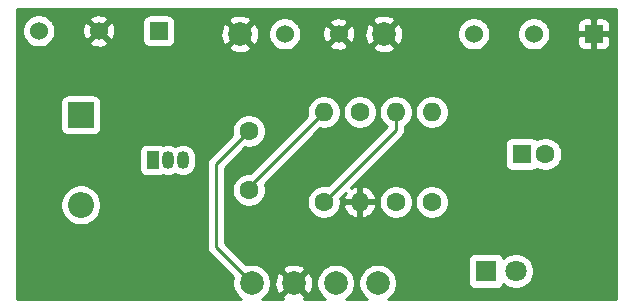
<source format=gbr>
G04 #@! TF.GenerationSoftware,KiCad,Pcbnew,(5.1.5-0-10_14)*
G04 #@! TF.CreationDate,2020-05-24T20:26:25-06:00*
G04 #@! TF.ProjectId,Testing,54657374-696e-4672-9e6b-696361645f70,rev?*
G04 #@! TF.SameCoordinates,Original*
G04 #@! TF.FileFunction,Copper,L2,Bot*
G04 #@! TF.FilePolarity,Positive*
%FSLAX46Y46*%
G04 Gerber Fmt 4.6, Leading zero omitted, Abs format (unit mm)*
G04 Created by KiCad (PCBNEW (5.1.5-0-10_14)) date 2020-05-24 20:26:25*
%MOMM*%
%LPD*%
G04 APERTURE LIST*
%ADD10C,1.524000*%
%ADD11R,1.524000X1.524000*%
%ADD12O,2.200000X2.200000*%
%ADD13R,2.200000X2.200000*%
%ADD14O,1.600000X1.600000*%
%ADD15C,1.600000*%
%ADD16C,2.000000*%
%ADD17C,1.800000*%
%ADD18R,1.800000X1.800000*%
%ADD19R,1.600000X1.600000*%
%ADD20R,1.050000X1.500000*%
%ADD21O,1.050000X1.500000*%
%ADD22C,0.250000*%
%ADD23C,0.254000*%
G04 APERTURE END LIST*
D10*
X191262000Y-96774000D03*
X196342000Y-96774000D03*
D11*
X201422000Y-96774000D03*
D10*
X154432000Y-96520000D03*
X159512000Y-96520000D03*
D11*
X164592000Y-96520000D03*
D12*
X157988000Y-111252000D03*
D13*
X157988000Y-103632000D03*
D10*
X179832000Y-96774000D03*
X175260000Y-96774000D03*
D14*
X187706000Y-103378000D03*
D15*
X187706000Y-110998000D03*
D16*
X183642000Y-96774000D03*
X171450000Y-96774000D03*
X183134000Y-117856000D03*
X176022000Y-117856000D03*
X179578000Y-117856000D03*
X172466000Y-117856000D03*
D17*
X194818000Y-116840000D03*
D18*
X192278000Y-116840000D03*
D15*
X181610000Y-103378000D03*
D14*
X181610000Y-110998000D03*
D15*
X172212000Y-109982000D03*
X172212000Y-104982000D03*
X197326000Y-106934000D03*
D19*
X195326000Y-106934000D03*
D20*
X164084000Y-107442000D03*
D21*
X166624000Y-107442000D03*
X165354000Y-107442000D03*
D15*
X178562000Y-110998000D03*
D14*
X178562000Y-103378000D03*
D15*
X184658000Y-110998000D03*
D14*
X184658000Y-103378000D03*
D22*
X172212000Y-109728000D02*
X172212000Y-109982000D01*
X178562000Y-103378000D02*
X172212000Y-109728000D01*
X184658000Y-104902000D02*
X178562000Y-110998000D01*
X184658000Y-103378000D02*
X184658000Y-104902000D01*
X171466001Y-116856001D02*
X172466000Y-117856000D01*
X169418000Y-114808000D02*
X171466001Y-116856001D01*
X169418000Y-107776000D02*
X169418000Y-114808000D01*
X172212000Y-104982000D02*
X169418000Y-107776000D01*
X192278000Y-116840000D02*
X192532000Y-116586000D01*
D23*
G36*
X203302001Y-119228000D02*
G01*
X184023579Y-119228000D01*
X184176252Y-119125987D01*
X184403987Y-118898252D01*
X184582918Y-118630463D01*
X184706168Y-118332912D01*
X184769000Y-118017033D01*
X184769000Y-117694967D01*
X184706168Y-117379088D01*
X184582918Y-117081537D01*
X184403987Y-116813748D01*
X184176252Y-116586013D01*
X183908463Y-116407082D01*
X183610912Y-116283832D01*
X183295033Y-116221000D01*
X182972967Y-116221000D01*
X182657088Y-116283832D01*
X182359537Y-116407082D01*
X182091748Y-116586013D01*
X181864013Y-116813748D01*
X181685082Y-117081537D01*
X181561832Y-117379088D01*
X181499000Y-117694967D01*
X181499000Y-118017033D01*
X181561832Y-118332912D01*
X181685082Y-118630463D01*
X181864013Y-118898252D01*
X182091748Y-119125987D01*
X182244421Y-119228000D01*
X180467579Y-119228000D01*
X180620252Y-119125987D01*
X180847987Y-118898252D01*
X181026918Y-118630463D01*
X181150168Y-118332912D01*
X181213000Y-118017033D01*
X181213000Y-117694967D01*
X181150168Y-117379088D01*
X181026918Y-117081537D01*
X180847987Y-116813748D01*
X180620252Y-116586013D01*
X180352463Y-116407082D01*
X180054912Y-116283832D01*
X179739033Y-116221000D01*
X179416967Y-116221000D01*
X179101088Y-116283832D01*
X178803537Y-116407082D01*
X178535748Y-116586013D01*
X178308013Y-116813748D01*
X178129082Y-117081537D01*
X178005832Y-117379088D01*
X177943000Y-117694967D01*
X177943000Y-118017033D01*
X178005832Y-118332912D01*
X178129082Y-118630463D01*
X178308013Y-118898252D01*
X178535748Y-119125987D01*
X178688421Y-119228000D01*
X176892118Y-119228000D01*
X176977808Y-118991413D01*
X176022000Y-118035605D01*
X175066192Y-118991413D01*
X175151882Y-119228000D01*
X173355579Y-119228000D01*
X173508252Y-119125987D01*
X173735987Y-118898252D01*
X173914918Y-118630463D01*
X174038168Y-118332912D01*
X174101000Y-118017033D01*
X174101000Y-117918595D01*
X174380282Y-117918595D01*
X174424039Y-118237675D01*
X174529205Y-118542088D01*
X174622186Y-118716044D01*
X174886587Y-118811808D01*
X175842395Y-117856000D01*
X176201605Y-117856000D01*
X177157413Y-118811808D01*
X177421814Y-118716044D01*
X177562704Y-118426429D01*
X177644384Y-118114892D01*
X177663718Y-117793405D01*
X177619961Y-117474325D01*
X177514795Y-117169912D01*
X177421814Y-116995956D01*
X177157413Y-116900192D01*
X176201605Y-117856000D01*
X175842395Y-117856000D01*
X174886587Y-116900192D01*
X174622186Y-116995956D01*
X174481296Y-117285571D01*
X174399616Y-117597108D01*
X174380282Y-117918595D01*
X174101000Y-117918595D01*
X174101000Y-117694967D01*
X174038168Y-117379088D01*
X173914918Y-117081537D01*
X173735987Y-116813748D01*
X173642826Y-116720587D01*
X175066192Y-116720587D01*
X176022000Y-117676395D01*
X176977808Y-116720587D01*
X176882044Y-116456186D01*
X176592429Y-116315296D01*
X176280892Y-116233616D01*
X175959405Y-116214282D01*
X175640325Y-116258039D01*
X175335912Y-116363205D01*
X175161956Y-116456186D01*
X175066192Y-116720587D01*
X173642826Y-116720587D01*
X173508252Y-116586013D01*
X173240463Y-116407082D01*
X172942912Y-116283832D01*
X172627033Y-116221000D01*
X172304967Y-116221000D01*
X171989088Y-116283832D01*
X171974625Y-116289823D01*
X171624802Y-115940000D01*
X190739928Y-115940000D01*
X190739928Y-117740000D01*
X190752188Y-117864482D01*
X190788498Y-117984180D01*
X190847463Y-118094494D01*
X190926815Y-118191185D01*
X191023506Y-118270537D01*
X191133820Y-118329502D01*
X191253518Y-118365812D01*
X191378000Y-118378072D01*
X193178000Y-118378072D01*
X193302482Y-118365812D01*
X193422180Y-118329502D01*
X193532494Y-118270537D01*
X193629185Y-118191185D01*
X193708537Y-118094494D01*
X193767502Y-117984180D01*
X193773056Y-117965873D01*
X193839495Y-118032312D01*
X194090905Y-118200299D01*
X194370257Y-118316011D01*
X194666816Y-118375000D01*
X194969184Y-118375000D01*
X195265743Y-118316011D01*
X195545095Y-118200299D01*
X195796505Y-118032312D01*
X196010312Y-117818505D01*
X196178299Y-117567095D01*
X196294011Y-117287743D01*
X196353000Y-116991184D01*
X196353000Y-116688816D01*
X196294011Y-116392257D01*
X196178299Y-116112905D01*
X196010312Y-115861495D01*
X195796505Y-115647688D01*
X195545095Y-115479701D01*
X195265743Y-115363989D01*
X194969184Y-115305000D01*
X194666816Y-115305000D01*
X194370257Y-115363989D01*
X194090905Y-115479701D01*
X193839495Y-115647688D01*
X193773056Y-115714127D01*
X193767502Y-115695820D01*
X193708537Y-115585506D01*
X193629185Y-115488815D01*
X193532494Y-115409463D01*
X193422180Y-115350498D01*
X193302482Y-115314188D01*
X193178000Y-115301928D01*
X191378000Y-115301928D01*
X191253518Y-115314188D01*
X191133820Y-115350498D01*
X191023506Y-115409463D01*
X190926815Y-115488815D01*
X190847463Y-115585506D01*
X190788498Y-115695820D01*
X190752188Y-115815518D01*
X190739928Y-115940000D01*
X171624802Y-115940000D01*
X170178000Y-114493199D01*
X170178000Y-109840665D01*
X170777000Y-109840665D01*
X170777000Y-110123335D01*
X170832147Y-110400574D01*
X170940320Y-110661727D01*
X171097363Y-110896759D01*
X171297241Y-111096637D01*
X171532273Y-111253680D01*
X171793426Y-111361853D01*
X172070665Y-111417000D01*
X172353335Y-111417000D01*
X172630574Y-111361853D01*
X172891727Y-111253680D01*
X173126759Y-111096637D01*
X173326637Y-110896759D01*
X173353426Y-110856665D01*
X177127000Y-110856665D01*
X177127000Y-111139335D01*
X177182147Y-111416574D01*
X177290320Y-111677727D01*
X177447363Y-111912759D01*
X177647241Y-112112637D01*
X177882273Y-112269680D01*
X178143426Y-112377853D01*
X178420665Y-112433000D01*
X178703335Y-112433000D01*
X178980574Y-112377853D01*
X179241727Y-112269680D01*
X179476759Y-112112637D01*
X179676637Y-111912759D01*
X179833680Y-111677727D01*
X179941853Y-111416574D01*
X179955684Y-111347040D01*
X180218091Y-111347040D01*
X180312930Y-111611881D01*
X180457615Y-111853131D01*
X180646586Y-112061519D01*
X180872580Y-112229037D01*
X181126913Y-112349246D01*
X181260961Y-112389904D01*
X181483000Y-112267915D01*
X181483000Y-111125000D01*
X181737000Y-111125000D01*
X181737000Y-112267915D01*
X181959039Y-112389904D01*
X182093087Y-112349246D01*
X182347420Y-112229037D01*
X182573414Y-112061519D01*
X182762385Y-111853131D01*
X182907070Y-111611881D01*
X183001909Y-111347040D01*
X182880624Y-111125000D01*
X181737000Y-111125000D01*
X181483000Y-111125000D01*
X180339376Y-111125000D01*
X180218091Y-111347040D01*
X179955684Y-111347040D01*
X179997000Y-111139335D01*
X179997000Y-110856665D01*
X179960688Y-110674113D01*
X180406197Y-110228604D01*
X180312930Y-110384119D01*
X180218091Y-110648960D01*
X180339376Y-110871000D01*
X181483000Y-110871000D01*
X181483000Y-109728085D01*
X181737000Y-109728085D01*
X181737000Y-110871000D01*
X182880624Y-110871000D01*
X182888454Y-110856665D01*
X183223000Y-110856665D01*
X183223000Y-111139335D01*
X183278147Y-111416574D01*
X183386320Y-111677727D01*
X183543363Y-111912759D01*
X183743241Y-112112637D01*
X183978273Y-112269680D01*
X184239426Y-112377853D01*
X184516665Y-112433000D01*
X184799335Y-112433000D01*
X185076574Y-112377853D01*
X185337727Y-112269680D01*
X185572759Y-112112637D01*
X185772637Y-111912759D01*
X185929680Y-111677727D01*
X186037853Y-111416574D01*
X186093000Y-111139335D01*
X186093000Y-110856665D01*
X186271000Y-110856665D01*
X186271000Y-111139335D01*
X186326147Y-111416574D01*
X186434320Y-111677727D01*
X186591363Y-111912759D01*
X186791241Y-112112637D01*
X187026273Y-112269680D01*
X187287426Y-112377853D01*
X187564665Y-112433000D01*
X187847335Y-112433000D01*
X188124574Y-112377853D01*
X188385727Y-112269680D01*
X188620759Y-112112637D01*
X188820637Y-111912759D01*
X188977680Y-111677727D01*
X189085853Y-111416574D01*
X189141000Y-111139335D01*
X189141000Y-110856665D01*
X189085853Y-110579426D01*
X188977680Y-110318273D01*
X188820637Y-110083241D01*
X188620759Y-109883363D01*
X188385727Y-109726320D01*
X188124574Y-109618147D01*
X187847335Y-109563000D01*
X187564665Y-109563000D01*
X187287426Y-109618147D01*
X187026273Y-109726320D01*
X186791241Y-109883363D01*
X186591363Y-110083241D01*
X186434320Y-110318273D01*
X186326147Y-110579426D01*
X186271000Y-110856665D01*
X186093000Y-110856665D01*
X186037853Y-110579426D01*
X185929680Y-110318273D01*
X185772637Y-110083241D01*
X185572759Y-109883363D01*
X185337727Y-109726320D01*
X185076574Y-109618147D01*
X184799335Y-109563000D01*
X184516665Y-109563000D01*
X184239426Y-109618147D01*
X183978273Y-109726320D01*
X183743241Y-109883363D01*
X183543363Y-110083241D01*
X183386320Y-110318273D01*
X183278147Y-110579426D01*
X183223000Y-110856665D01*
X182888454Y-110856665D01*
X183001909Y-110648960D01*
X182907070Y-110384119D01*
X182762385Y-110142869D01*
X182573414Y-109934481D01*
X182347420Y-109766963D01*
X182093087Y-109646754D01*
X181959039Y-109606096D01*
X181737000Y-109728085D01*
X181483000Y-109728085D01*
X181260961Y-109606096D01*
X181126913Y-109646754D01*
X180872580Y-109766963D01*
X180854255Y-109780547D01*
X184500802Y-106134000D01*
X193887928Y-106134000D01*
X193887928Y-107734000D01*
X193900188Y-107858482D01*
X193936498Y-107978180D01*
X193995463Y-108088494D01*
X194074815Y-108185185D01*
X194171506Y-108264537D01*
X194281820Y-108323502D01*
X194401518Y-108359812D01*
X194526000Y-108372072D01*
X196126000Y-108372072D01*
X196250482Y-108359812D01*
X196370180Y-108323502D01*
X196480494Y-108264537D01*
X196577185Y-108185185D01*
X196590790Y-108168607D01*
X196646273Y-108205680D01*
X196907426Y-108313853D01*
X197184665Y-108369000D01*
X197467335Y-108369000D01*
X197744574Y-108313853D01*
X198005727Y-108205680D01*
X198240759Y-108048637D01*
X198440637Y-107848759D01*
X198597680Y-107613727D01*
X198705853Y-107352574D01*
X198761000Y-107075335D01*
X198761000Y-106792665D01*
X198705853Y-106515426D01*
X198597680Y-106254273D01*
X198440637Y-106019241D01*
X198240759Y-105819363D01*
X198005727Y-105662320D01*
X197744574Y-105554147D01*
X197467335Y-105499000D01*
X197184665Y-105499000D01*
X196907426Y-105554147D01*
X196646273Y-105662320D01*
X196590790Y-105699393D01*
X196577185Y-105682815D01*
X196480494Y-105603463D01*
X196370180Y-105544498D01*
X196250482Y-105508188D01*
X196126000Y-105495928D01*
X194526000Y-105495928D01*
X194401518Y-105508188D01*
X194281820Y-105544498D01*
X194171506Y-105603463D01*
X194074815Y-105682815D01*
X193995463Y-105779506D01*
X193936498Y-105889820D01*
X193900188Y-106009518D01*
X193887928Y-106134000D01*
X184500802Y-106134000D01*
X185169003Y-105465799D01*
X185198001Y-105442001D01*
X185257032Y-105370072D01*
X185292974Y-105326277D01*
X185363546Y-105194247D01*
X185407003Y-105050986D01*
X185418000Y-104939333D01*
X185418000Y-104939323D01*
X185421676Y-104902000D01*
X185418000Y-104864677D01*
X185418000Y-104596043D01*
X185572759Y-104492637D01*
X185772637Y-104292759D01*
X185929680Y-104057727D01*
X186037853Y-103796574D01*
X186093000Y-103519335D01*
X186093000Y-103236665D01*
X186271000Y-103236665D01*
X186271000Y-103519335D01*
X186326147Y-103796574D01*
X186434320Y-104057727D01*
X186591363Y-104292759D01*
X186791241Y-104492637D01*
X187026273Y-104649680D01*
X187287426Y-104757853D01*
X187564665Y-104813000D01*
X187847335Y-104813000D01*
X188124574Y-104757853D01*
X188385727Y-104649680D01*
X188620759Y-104492637D01*
X188820637Y-104292759D01*
X188977680Y-104057727D01*
X189085853Y-103796574D01*
X189141000Y-103519335D01*
X189141000Y-103236665D01*
X189085853Y-102959426D01*
X188977680Y-102698273D01*
X188820637Y-102463241D01*
X188620759Y-102263363D01*
X188385727Y-102106320D01*
X188124574Y-101998147D01*
X187847335Y-101943000D01*
X187564665Y-101943000D01*
X187287426Y-101998147D01*
X187026273Y-102106320D01*
X186791241Y-102263363D01*
X186591363Y-102463241D01*
X186434320Y-102698273D01*
X186326147Y-102959426D01*
X186271000Y-103236665D01*
X186093000Y-103236665D01*
X186037853Y-102959426D01*
X185929680Y-102698273D01*
X185772637Y-102463241D01*
X185572759Y-102263363D01*
X185337727Y-102106320D01*
X185076574Y-101998147D01*
X184799335Y-101943000D01*
X184516665Y-101943000D01*
X184239426Y-101998147D01*
X183978273Y-102106320D01*
X183743241Y-102263363D01*
X183543363Y-102463241D01*
X183386320Y-102698273D01*
X183278147Y-102959426D01*
X183223000Y-103236665D01*
X183223000Y-103519335D01*
X183278147Y-103796574D01*
X183386320Y-104057727D01*
X183543363Y-104292759D01*
X183743241Y-104492637D01*
X183892698Y-104592500D01*
X178885887Y-109599312D01*
X178703335Y-109563000D01*
X178420665Y-109563000D01*
X178143426Y-109618147D01*
X177882273Y-109726320D01*
X177647241Y-109883363D01*
X177447363Y-110083241D01*
X177290320Y-110318273D01*
X177182147Y-110579426D01*
X177127000Y-110856665D01*
X173353426Y-110856665D01*
X173483680Y-110661727D01*
X173591853Y-110400574D01*
X173647000Y-110123335D01*
X173647000Y-109840665D01*
X173591853Y-109563426D01*
X173550708Y-109464093D01*
X178238114Y-104776688D01*
X178420665Y-104813000D01*
X178703335Y-104813000D01*
X178980574Y-104757853D01*
X179241727Y-104649680D01*
X179476759Y-104492637D01*
X179676637Y-104292759D01*
X179833680Y-104057727D01*
X179941853Y-103796574D01*
X179997000Y-103519335D01*
X179997000Y-103236665D01*
X180175000Y-103236665D01*
X180175000Y-103519335D01*
X180230147Y-103796574D01*
X180338320Y-104057727D01*
X180495363Y-104292759D01*
X180695241Y-104492637D01*
X180930273Y-104649680D01*
X181191426Y-104757853D01*
X181468665Y-104813000D01*
X181751335Y-104813000D01*
X182028574Y-104757853D01*
X182289727Y-104649680D01*
X182524759Y-104492637D01*
X182724637Y-104292759D01*
X182881680Y-104057727D01*
X182989853Y-103796574D01*
X183045000Y-103519335D01*
X183045000Y-103236665D01*
X182989853Y-102959426D01*
X182881680Y-102698273D01*
X182724637Y-102463241D01*
X182524759Y-102263363D01*
X182289727Y-102106320D01*
X182028574Y-101998147D01*
X181751335Y-101943000D01*
X181468665Y-101943000D01*
X181191426Y-101998147D01*
X180930273Y-102106320D01*
X180695241Y-102263363D01*
X180495363Y-102463241D01*
X180338320Y-102698273D01*
X180230147Y-102959426D01*
X180175000Y-103236665D01*
X179997000Y-103236665D01*
X179941853Y-102959426D01*
X179833680Y-102698273D01*
X179676637Y-102463241D01*
X179476759Y-102263363D01*
X179241727Y-102106320D01*
X178980574Y-101998147D01*
X178703335Y-101943000D01*
X178420665Y-101943000D01*
X178143426Y-101998147D01*
X177882273Y-102106320D01*
X177647241Y-102263363D01*
X177447363Y-102463241D01*
X177290320Y-102698273D01*
X177182147Y-102959426D01*
X177127000Y-103236665D01*
X177127000Y-103519335D01*
X177163312Y-103701886D01*
X172318199Y-108547000D01*
X172070665Y-108547000D01*
X171793426Y-108602147D01*
X171532273Y-108710320D01*
X171297241Y-108867363D01*
X171097363Y-109067241D01*
X170940320Y-109302273D01*
X170832147Y-109563426D01*
X170777000Y-109840665D01*
X170178000Y-109840665D01*
X170178000Y-108090801D01*
X171888114Y-106380688D01*
X172070665Y-106417000D01*
X172353335Y-106417000D01*
X172630574Y-106361853D01*
X172891727Y-106253680D01*
X173126759Y-106096637D01*
X173326637Y-105896759D01*
X173483680Y-105661727D01*
X173591853Y-105400574D01*
X173647000Y-105123335D01*
X173647000Y-104840665D01*
X173591853Y-104563426D01*
X173483680Y-104302273D01*
X173326637Y-104067241D01*
X173126759Y-103867363D01*
X172891727Y-103710320D01*
X172630574Y-103602147D01*
X172353335Y-103547000D01*
X172070665Y-103547000D01*
X171793426Y-103602147D01*
X171532273Y-103710320D01*
X171297241Y-103867363D01*
X171097363Y-104067241D01*
X170940320Y-104302273D01*
X170832147Y-104563426D01*
X170777000Y-104840665D01*
X170777000Y-105123335D01*
X170813312Y-105305886D01*
X168907003Y-107212196D01*
X168877999Y-107235999D01*
X168822871Y-107303174D01*
X168783026Y-107351724D01*
X168782572Y-107352574D01*
X168712454Y-107483754D01*
X168668997Y-107627015D01*
X168658000Y-107738668D01*
X168658000Y-107738678D01*
X168654324Y-107776000D01*
X168658000Y-107813323D01*
X168658001Y-114770668D01*
X168654324Y-114808000D01*
X168668998Y-114956985D01*
X168712454Y-115100246D01*
X168783026Y-115232276D01*
X168840189Y-115301928D01*
X168878000Y-115348001D01*
X168906998Y-115371799D01*
X170899823Y-117364625D01*
X170893832Y-117379088D01*
X170831000Y-117694967D01*
X170831000Y-118017033D01*
X170893832Y-118332912D01*
X171017082Y-118630463D01*
X171196013Y-118898252D01*
X171423748Y-119125987D01*
X171576421Y-119228000D01*
X152552000Y-119228000D01*
X152552000Y-111081117D01*
X156253000Y-111081117D01*
X156253000Y-111422883D01*
X156319675Y-111758081D01*
X156450463Y-112073831D01*
X156640337Y-112357998D01*
X156882002Y-112599663D01*
X157166169Y-112789537D01*
X157481919Y-112920325D01*
X157817117Y-112987000D01*
X158158883Y-112987000D01*
X158494081Y-112920325D01*
X158809831Y-112789537D01*
X159093998Y-112599663D01*
X159335663Y-112357998D01*
X159525537Y-112073831D01*
X159656325Y-111758081D01*
X159723000Y-111422883D01*
X159723000Y-111081117D01*
X159656325Y-110745919D01*
X159525537Y-110430169D01*
X159335663Y-110146002D01*
X159093998Y-109904337D01*
X158809831Y-109714463D01*
X158494081Y-109583675D01*
X158158883Y-109517000D01*
X157817117Y-109517000D01*
X157481919Y-109583675D01*
X157166169Y-109714463D01*
X156882002Y-109904337D01*
X156640337Y-110146002D01*
X156450463Y-110430169D01*
X156319675Y-110745919D01*
X156253000Y-111081117D01*
X152552000Y-111081117D01*
X152552000Y-106692000D01*
X162920928Y-106692000D01*
X162920928Y-108192000D01*
X162933188Y-108316482D01*
X162969498Y-108436180D01*
X163028463Y-108546494D01*
X163107815Y-108643185D01*
X163204506Y-108722537D01*
X163314820Y-108781502D01*
X163434518Y-108817812D01*
X163559000Y-108830072D01*
X164609000Y-108830072D01*
X164733482Y-108817812D01*
X164853180Y-108781502D01*
X164917902Y-108746907D01*
X165126601Y-108810215D01*
X165354000Y-108832612D01*
X165581400Y-108810215D01*
X165800060Y-108743885D01*
X165989001Y-108642894D01*
X166177941Y-108743885D01*
X166396601Y-108810215D01*
X166624000Y-108832612D01*
X166851400Y-108810215D01*
X167070060Y-108743885D01*
X167271579Y-108636171D01*
X167448212Y-108491212D01*
X167593171Y-108314579D01*
X167700885Y-108113059D01*
X167767215Y-107894399D01*
X167784000Y-107723978D01*
X167784000Y-107160021D01*
X167767215Y-106989600D01*
X167700885Y-106770940D01*
X167593171Y-106569421D01*
X167448212Y-106392788D01*
X167271578Y-106247829D01*
X167070059Y-106140115D01*
X166851399Y-106073785D01*
X166624000Y-106051388D01*
X166396600Y-106073785D01*
X166177940Y-106140115D01*
X165989000Y-106241106D01*
X165800059Y-106140115D01*
X165581399Y-106073785D01*
X165354000Y-106051388D01*
X165126600Y-106073785D01*
X164917902Y-106137093D01*
X164853180Y-106102498D01*
X164733482Y-106066188D01*
X164609000Y-106053928D01*
X163559000Y-106053928D01*
X163434518Y-106066188D01*
X163314820Y-106102498D01*
X163204506Y-106161463D01*
X163107815Y-106240815D01*
X163028463Y-106337506D01*
X162969498Y-106447820D01*
X162933188Y-106567518D01*
X162920928Y-106692000D01*
X152552000Y-106692000D01*
X152552000Y-102532000D01*
X156249928Y-102532000D01*
X156249928Y-104732000D01*
X156262188Y-104856482D01*
X156298498Y-104976180D01*
X156357463Y-105086494D01*
X156436815Y-105183185D01*
X156533506Y-105262537D01*
X156643820Y-105321502D01*
X156763518Y-105357812D01*
X156888000Y-105370072D01*
X159088000Y-105370072D01*
X159212482Y-105357812D01*
X159332180Y-105321502D01*
X159442494Y-105262537D01*
X159539185Y-105183185D01*
X159618537Y-105086494D01*
X159677502Y-104976180D01*
X159713812Y-104856482D01*
X159726072Y-104732000D01*
X159726072Y-102532000D01*
X159713812Y-102407518D01*
X159677502Y-102287820D01*
X159618537Y-102177506D01*
X159539185Y-102080815D01*
X159442494Y-102001463D01*
X159332180Y-101942498D01*
X159212482Y-101906188D01*
X159088000Y-101893928D01*
X156888000Y-101893928D01*
X156763518Y-101906188D01*
X156643820Y-101942498D01*
X156533506Y-102001463D01*
X156436815Y-102080815D01*
X156357463Y-102177506D01*
X156298498Y-102287820D01*
X156262188Y-102407518D01*
X156249928Y-102532000D01*
X152552000Y-102532000D01*
X152552000Y-96382408D01*
X153035000Y-96382408D01*
X153035000Y-96657592D01*
X153088686Y-96927490D01*
X153193995Y-97181727D01*
X153346880Y-97410535D01*
X153541465Y-97605120D01*
X153770273Y-97758005D01*
X154024510Y-97863314D01*
X154294408Y-97917000D01*
X154569592Y-97917000D01*
X154839490Y-97863314D01*
X155093727Y-97758005D01*
X155322535Y-97605120D01*
X155442090Y-97485565D01*
X158726040Y-97485565D01*
X158793020Y-97725656D01*
X159042048Y-97842756D01*
X159309135Y-97909023D01*
X159584017Y-97921910D01*
X159856133Y-97880922D01*
X160115023Y-97787636D01*
X160230980Y-97725656D01*
X160297960Y-97485565D01*
X159512000Y-96699605D01*
X158726040Y-97485565D01*
X155442090Y-97485565D01*
X155517120Y-97410535D01*
X155670005Y-97181727D01*
X155775314Y-96927490D01*
X155829000Y-96657592D01*
X155829000Y-96592017D01*
X158110090Y-96592017D01*
X158151078Y-96864133D01*
X158244364Y-97123023D01*
X158306344Y-97238980D01*
X158546435Y-97305960D01*
X159332395Y-96520000D01*
X159691605Y-96520000D01*
X160477565Y-97305960D01*
X160717656Y-97238980D01*
X160834756Y-96989952D01*
X160901023Y-96722865D01*
X160913910Y-96447983D01*
X160872922Y-96175867D01*
X160779636Y-95916977D01*
X160717656Y-95801020D01*
X160563451Y-95758000D01*
X163191928Y-95758000D01*
X163191928Y-97282000D01*
X163204188Y-97406482D01*
X163240498Y-97526180D01*
X163299463Y-97636494D01*
X163378815Y-97733185D01*
X163475506Y-97812537D01*
X163585820Y-97871502D01*
X163705518Y-97907812D01*
X163830000Y-97920072D01*
X165354000Y-97920072D01*
X165462226Y-97909413D01*
X170494192Y-97909413D01*
X170589956Y-98173814D01*
X170879571Y-98314704D01*
X171191108Y-98396384D01*
X171512595Y-98415718D01*
X171831675Y-98371961D01*
X172136088Y-98266795D01*
X172310044Y-98173814D01*
X172405808Y-97909413D01*
X171450000Y-96953605D01*
X170494192Y-97909413D01*
X165462226Y-97909413D01*
X165478482Y-97907812D01*
X165598180Y-97871502D01*
X165708494Y-97812537D01*
X165805185Y-97733185D01*
X165884537Y-97636494D01*
X165943502Y-97526180D01*
X165979812Y-97406482D01*
X165992072Y-97282000D01*
X165992072Y-96836595D01*
X169808282Y-96836595D01*
X169852039Y-97155675D01*
X169957205Y-97460088D01*
X170050186Y-97634044D01*
X170314587Y-97729808D01*
X171270395Y-96774000D01*
X171629605Y-96774000D01*
X172585413Y-97729808D01*
X172849814Y-97634044D01*
X172990704Y-97344429D01*
X173072384Y-97032892D01*
X173091718Y-96711405D01*
X173081434Y-96636408D01*
X173863000Y-96636408D01*
X173863000Y-96911592D01*
X173916686Y-97181490D01*
X174021995Y-97435727D01*
X174174880Y-97664535D01*
X174369465Y-97859120D01*
X174598273Y-98012005D01*
X174852510Y-98117314D01*
X175122408Y-98171000D01*
X175397592Y-98171000D01*
X175667490Y-98117314D01*
X175921727Y-98012005D01*
X176150535Y-97859120D01*
X176270090Y-97739565D01*
X179046040Y-97739565D01*
X179113020Y-97979656D01*
X179362048Y-98096756D01*
X179629135Y-98163023D01*
X179904017Y-98175910D01*
X180176133Y-98134922D01*
X180435023Y-98041636D01*
X180550980Y-97979656D01*
X180570576Y-97909413D01*
X182686192Y-97909413D01*
X182781956Y-98173814D01*
X183071571Y-98314704D01*
X183383108Y-98396384D01*
X183704595Y-98415718D01*
X184023675Y-98371961D01*
X184328088Y-98266795D01*
X184502044Y-98173814D01*
X184597808Y-97909413D01*
X183642000Y-96953605D01*
X182686192Y-97909413D01*
X180570576Y-97909413D01*
X180617960Y-97739565D01*
X179832000Y-96953605D01*
X179046040Y-97739565D01*
X176270090Y-97739565D01*
X176345120Y-97664535D01*
X176498005Y-97435727D01*
X176603314Y-97181490D01*
X176657000Y-96911592D01*
X176657000Y-96846017D01*
X178430090Y-96846017D01*
X178471078Y-97118133D01*
X178564364Y-97377023D01*
X178626344Y-97492980D01*
X178866435Y-97559960D01*
X179652395Y-96774000D01*
X180011605Y-96774000D01*
X180797565Y-97559960D01*
X181037656Y-97492980D01*
X181154756Y-97243952D01*
X181221023Y-96976865D01*
X181227599Y-96836595D01*
X182000282Y-96836595D01*
X182044039Y-97155675D01*
X182149205Y-97460088D01*
X182242186Y-97634044D01*
X182506587Y-97729808D01*
X183462395Y-96774000D01*
X183821605Y-96774000D01*
X184777413Y-97729808D01*
X185041814Y-97634044D01*
X185182704Y-97344429D01*
X185264384Y-97032892D01*
X185283718Y-96711405D01*
X185273434Y-96636408D01*
X189865000Y-96636408D01*
X189865000Y-96911592D01*
X189918686Y-97181490D01*
X190023995Y-97435727D01*
X190176880Y-97664535D01*
X190371465Y-97859120D01*
X190600273Y-98012005D01*
X190854510Y-98117314D01*
X191124408Y-98171000D01*
X191399592Y-98171000D01*
X191669490Y-98117314D01*
X191923727Y-98012005D01*
X192152535Y-97859120D01*
X192347120Y-97664535D01*
X192500005Y-97435727D01*
X192605314Y-97181490D01*
X192659000Y-96911592D01*
X192659000Y-96636408D01*
X194945000Y-96636408D01*
X194945000Y-96911592D01*
X194998686Y-97181490D01*
X195103995Y-97435727D01*
X195256880Y-97664535D01*
X195451465Y-97859120D01*
X195680273Y-98012005D01*
X195934510Y-98117314D01*
X196204408Y-98171000D01*
X196479592Y-98171000D01*
X196749490Y-98117314D01*
X197003727Y-98012005D01*
X197232535Y-97859120D01*
X197427120Y-97664535D01*
X197513004Y-97536000D01*
X200021928Y-97536000D01*
X200034188Y-97660482D01*
X200070498Y-97780180D01*
X200129463Y-97890494D01*
X200208815Y-97987185D01*
X200305506Y-98066537D01*
X200415820Y-98125502D01*
X200535518Y-98161812D01*
X200660000Y-98174072D01*
X201136250Y-98171000D01*
X201295000Y-98012250D01*
X201295000Y-96901000D01*
X201549000Y-96901000D01*
X201549000Y-98012250D01*
X201707750Y-98171000D01*
X202184000Y-98174072D01*
X202308482Y-98161812D01*
X202428180Y-98125502D01*
X202538494Y-98066537D01*
X202635185Y-97987185D01*
X202714537Y-97890494D01*
X202773502Y-97780180D01*
X202809812Y-97660482D01*
X202822072Y-97536000D01*
X202819000Y-97059750D01*
X202660250Y-96901000D01*
X201549000Y-96901000D01*
X201295000Y-96901000D01*
X200183750Y-96901000D01*
X200025000Y-97059750D01*
X200021928Y-97536000D01*
X197513004Y-97536000D01*
X197580005Y-97435727D01*
X197685314Y-97181490D01*
X197739000Y-96911592D01*
X197739000Y-96636408D01*
X197685314Y-96366510D01*
X197580005Y-96112273D01*
X197513005Y-96012000D01*
X200021928Y-96012000D01*
X200025000Y-96488250D01*
X200183750Y-96647000D01*
X201295000Y-96647000D01*
X201295000Y-95535750D01*
X201549000Y-95535750D01*
X201549000Y-96647000D01*
X202660250Y-96647000D01*
X202819000Y-96488250D01*
X202822072Y-96012000D01*
X202809812Y-95887518D01*
X202773502Y-95767820D01*
X202714537Y-95657506D01*
X202635185Y-95560815D01*
X202538494Y-95481463D01*
X202428180Y-95422498D01*
X202308482Y-95386188D01*
X202184000Y-95373928D01*
X201707750Y-95377000D01*
X201549000Y-95535750D01*
X201295000Y-95535750D01*
X201136250Y-95377000D01*
X200660000Y-95373928D01*
X200535518Y-95386188D01*
X200415820Y-95422498D01*
X200305506Y-95481463D01*
X200208815Y-95560815D01*
X200129463Y-95657506D01*
X200070498Y-95767820D01*
X200034188Y-95887518D01*
X200021928Y-96012000D01*
X197513005Y-96012000D01*
X197427120Y-95883465D01*
X197232535Y-95688880D01*
X197003727Y-95535995D01*
X196749490Y-95430686D01*
X196479592Y-95377000D01*
X196204408Y-95377000D01*
X195934510Y-95430686D01*
X195680273Y-95535995D01*
X195451465Y-95688880D01*
X195256880Y-95883465D01*
X195103995Y-96112273D01*
X194998686Y-96366510D01*
X194945000Y-96636408D01*
X192659000Y-96636408D01*
X192605314Y-96366510D01*
X192500005Y-96112273D01*
X192347120Y-95883465D01*
X192152535Y-95688880D01*
X191923727Y-95535995D01*
X191669490Y-95430686D01*
X191399592Y-95377000D01*
X191124408Y-95377000D01*
X190854510Y-95430686D01*
X190600273Y-95535995D01*
X190371465Y-95688880D01*
X190176880Y-95883465D01*
X190023995Y-96112273D01*
X189918686Y-96366510D01*
X189865000Y-96636408D01*
X185273434Y-96636408D01*
X185239961Y-96392325D01*
X185134795Y-96087912D01*
X185041814Y-95913956D01*
X184777413Y-95818192D01*
X183821605Y-96774000D01*
X183462395Y-96774000D01*
X182506587Y-95818192D01*
X182242186Y-95913956D01*
X182101296Y-96203571D01*
X182019616Y-96515108D01*
X182000282Y-96836595D01*
X181227599Y-96836595D01*
X181233910Y-96701983D01*
X181192922Y-96429867D01*
X181099636Y-96170977D01*
X181037656Y-96055020D01*
X180797565Y-95988040D01*
X180011605Y-96774000D01*
X179652395Y-96774000D01*
X178866435Y-95988040D01*
X178626344Y-96055020D01*
X178509244Y-96304048D01*
X178442977Y-96571135D01*
X178430090Y-96846017D01*
X176657000Y-96846017D01*
X176657000Y-96636408D01*
X176603314Y-96366510D01*
X176498005Y-96112273D01*
X176345120Y-95883465D01*
X176270090Y-95808435D01*
X179046040Y-95808435D01*
X179832000Y-96594395D01*
X180617960Y-95808435D01*
X180570577Y-95638587D01*
X182686192Y-95638587D01*
X183642000Y-96594395D01*
X184597808Y-95638587D01*
X184502044Y-95374186D01*
X184212429Y-95233296D01*
X183900892Y-95151616D01*
X183579405Y-95132282D01*
X183260325Y-95176039D01*
X182955912Y-95281205D01*
X182781956Y-95374186D01*
X182686192Y-95638587D01*
X180570577Y-95638587D01*
X180550980Y-95568344D01*
X180301952Y-95451244D01*
X180034865Y-95384977D01*
X179759983Y-95372090D01*
X179487867Y-95413078D01*
X179228977Y-95506364D01*
X179113020Y-95568344D01*
X179046040Y-95808435D01*
X176270090Y-95808435D01*
X176150535Y-95688880D01*
X175921727Y-95535995D01*
X175667490Y-95430686D01*
X175397592Y-95377000D01*
X175122408Y-95377000D01*
X174852510Y-95430686D01*
X174598273Y-95535995D01*
X174369465Y-95688880D01*
X174174880Y-95883465D01*
X174021995Y-96112273D01*
X173916686Y-96366510D01*
X173863000Y-96636408D01*
X173081434Y-96636408D01*
X173047961Y-96392325D01*
X172942795Y-96087912D01*
X172849814Y-95913956D01*
X172585413Y-95818192D01*
X171629605Y-96774000D01*
X171270395Y-96774000D01*
X170314587Y-95818192D01*
X170050186Y-95913956D01*
X169909296Y-96203571D01*
X169827616Y-96515108D01*
X169808282Y-96836595D01*
X165992072Y-96836595D01*
X165992072Y-95758000D01*
X165980312Y-95638587D01*
X170494192Y-95638587D01*
X171450000Y-96594395D01*
X172405808Y-95638587D01*
X172310044Y-95374186D01*
X172020429Y-95233296D01*
X171708892Y-95151616D01*
X171387405Y-95132282D01*
X171068325Y-95176039D01*
X170763912Y-95281205D01*
X170589956Y-95374186D01*
X170494192Y-95638587D01*
X165980312Y-95638587D01*
X165979812Y-95633518D01*
X165943502Y-95513820D01*
X165884537Y-95403506D01*
X165805185Y-95306815D01*
X165708494Y-95227463D01*
X165598180Y-95168498D01*
X165478482Y-95132188D01*
X165354000Y-95119928D01*
X163830000Y-95119928D01*
X163705518Y-95132188D01*
X163585820Y-95168498D01*
X163475506Y-95227463D01*
X163378815Y-95306815D01*
X163299463Y-95403506D01*
X163240498Y-95513820D01*
X163204188Y-95633518D01*
X163191928Y-95758000D01*
X160563451Y-95758000D01*
X160477565Y-95734040D01*
X159691605Y-96520000D01*
X159332395Y-96520000D01*
X158546435Y-95734040D01*
X158306344Y-95801020D01*
X158189244Y-96050048D01*
X158122977Y-96317135D01*
X158110090Y-96592017D01*
X155829000Y-96592017D01*
X155829000Y-96382408D01*
X155775314Y-96112510D01*
X155670005Y-95858273D01*
X155517120Y-95629465D01*
X155442090Y-95554435D01*
X158726040Y-95554435D01*
X159512000Y-96340395D01*
X160297960Y-95554435D01*
X160230980Y-95314344D01*
X159981952Y-95197244D01*
X159714865Y-95130977D01*
X159439983Y-95118090D01*
X159167867Y-95159078D01*
X158908977Y-95252364D01*
X158793020Y-95314344D01*
X158726040Y-95554435D01*
X155442090Y-95554435D01*
X155322535Y-95434880D01*
X155093727Y-95281995D01*
X154839490Y-95176686D01*
X154569592Y-95123000D01*
X154294408Y-95123000D01*
X154024510Y-95176686D01*
X153770273Y-95281995D01*
X153541465Y-95434880D01*
X153346880Y-95629465D01*
X153193995Y-95858273D01*
X153088686Y-96112510D01*
X153035000Y-96382408D01*
X152552000Y-96382408D01*
X152552000Y-94640000D01*
X203302000Y-94640000D01*
X203302001Y-119228000D01*
G37*
X203302001Y-119228000D02*
X184023579Y-119228000D01*
X184176252Y-119125987D01*
X184403987Y-118898252D01*
X184582918Y-118630463D01*
X184706168Y-118332912D01*
X184769000Y-118017033D01*
X184769000Y-117694967D01*
X184706168Y-117379088D01*
X184582918Y-117081537D01*
X184403987Y-116813748D01*
X184176252Y-116586013D01*
X183908463Y-116407082D01*
X183610912Y-116283832D01*
X183295033Y-116221000D01*
X182972967Y-116221000D01*
X182657088Y-116283832D01*
X182359537Y-116407082D01*
X182091748Y-116586013D01*
X181864013Y-116813748D01*
X181685082Y-117081537D01*
X181561832Y-117379088D01*
X181499000Y-117694967D01*
X181499000Y-118017033D01*
X181561832Y-118332912D01*
X181685082Y-118630463D01*
X181864013Y-118898252D01*
X182091748Y-119125987D01*
X182244421Y-119228000D01*
X180467579Y-119228000D01*
X180620252Y-119125987D01*
X180847987Y-118898252D01*
X181026918Y-118630463D01*
X181150168Y-118332912D01*
X181213000Y-118017033D01*
X181213000Y-117694967D01*
X181150168Y-117379088D01*
X181026918Y-117081537D01*
X180847987Y-116813748D01*
X180620252Y-116586013D01*
X180352463Y-116407082D01*
X180054912Y-116283832D01*
X179739033Y-116221000D01*
X179416967Y-116221000D01*
X179101088Y-116283832D01*
X178803537Y-116407082D01*
X178535748Y-116586013D01*
X178308013Y-116813748D01*
X178129082Y-117081537D01*
X178005832Y-117379088D01*
X177943000Y-117694967D01*
X177943000Y-118017033D01*
X178005832Y-118332912D01*
X178129082Y-118630463D01*
X178308013Y-118898252D01*
X178535748Y-119125987D01*
X178688421Y-119228000D01*
X176892118Y-119228000D01*
X176977808Y-118991413D01*
X176022000Y-118035605D01*
X175066192Y-118991413D01*
X175151882Y-119228000D01*
X173355579Y-119228000D01*
X173508252Y-119125987D01*
X173735987Y-118898252D01*
X173914918Y-118630463D01*
X174038168Y-118332912D01*
X174101000Y-118017033D01*
X174101000Y-117918595D01*
X174380282Y-117918595D01*
X174424039Y-118237675D01*
X174529205Y-118542088D01*
X174622186Y-118716044D01*
X174886587Y-118811808D01*
X175842395Y-117856000D01*
X176201605Y-117856000D01*
X177157413Y-118811808D01*
X177421814Y-118716044D01*
X177562704Y-118426429D01*
X177644384Y-118114892D01*
X177663718Y-117793405D01*
X177619961Y-117474325D01*
X177514795Y-117169912D01*
X177421814Y-116995956D01*
X177157413Y-116900192D01*
X176201605Y-117856000D01*
X175842395Y-117856000D01*
X174886587Y-116900192D01*
X174622186Y-116995956D01*
X174481296Y-117285571D01*
X174399616Y-117597108D01*
X174380282Y-117918595D01*
X174101000Y-117918595D01*
X174101000Y-117694967D01*
X174038168Y-117379088D01*
X173914918Y-117081537D01*
X173735987Y-116813748D01*
X173642826Y-116720587D01*
X175066192Y-116720587D01*
X176022000Y-117676395D01*
X176977808Y-116720587D01*
X176882044Y-116456186D01*
X176592429Y-116315296D01*
X176280892Y-116233616D01*
X175959405Y-116214282D01*
X175640325Y-116258039D01*
X175335912Y-116363205D01*
X175161956Y-116456186D01*
X175066192Y-116720587D01*
X173642826Y-116720587D01*
X173508252Y-116586013D01*
X173240463Y-116407082D01*
X172942912Y-116283832D01*
X172627033Y-116221000D01*
X172304967Y-116221000D01*
X171989088Y-116283832D01*
X171974625Y-116289823D01*
X171624802Y-115940000D01*
X190739928Y-115940000D01*
X190739928Y-117740000D01*
X190752188Y-117864482D01*
X190788498Y-117984180D01*
X190847463Y-118094494D01*
X190926815Y-118191185D01*
X191023506Y-118270537D01*
X191133820Y-118329502D01*
X191253518Y-118365812D01*
X191378000Y-118378072D01*
X193178000Y-118378072D01*
X193302482Y-118365812D01*
X193422180Y-118329502D01*
X193532494Y-118270537D01*
X193629185Y-118191185D01*
X193708537Y-118094494D01*
X193767502Y-117984180D01*
X193773056Y-117965873D01*
X193839495Y-118032312D01*
X194090905Y-118200299D01*
X194370257Y-118316011D01*
X194666816Y-118375000D01*
X194969184Y-118375000D01*
X195265743Y-118316011D01*
X195545095Y-118200299D01*
X195796505Y-118032312D01*
X196010312Y-117818505D01*
X196178299Y-117567095D01*
X196294011Y-117287743D01*
X196353000Y-116991184D01*
X196353000Y-116688816D01*
X196294011Y-116392257D01*
X196178299Y-116112905D01*
X196010312Y-115861495D01*
X195796505Y-115647688D01*
X195545095Y-115479701D01*
X195265743Y-115363989D01*
X194969184Y-115305000D01*
X194666816Y-115305000D01*
X194370257Y-115363989D01*
X194090905Y-115479701D01*
X193839495Y-115647688D01*
X193773056Y-115714127D01*
X193767502Y-115695820D01*
X193708537Y-115585506D01*
X193629185Y-115488815D01*
X193532494Y-115409463D01*
X193422180Y-115350498D01*
X193302482Y-115314188D01*
X193178000Y-115301928D01*
X191378000Y-115301928D01*
X191253518Y-115314188D01*
X191133820Y-115350498D01*
X191023506Y-115409463D01*
X190926815Y-115488815D01*
X190847463Y-115585506D01*
X190788498Y-115695820D01*
X190752188Y-115815518D01*
X190739928Y-115940000D01*
X171624802Y-115940000D01*
X170178000Y-114493199D01*
X170178000Y-109840665D01*
X170777000Y-109840665D01*
X170777000Y-110123335D01*
X170832147Y-110400574D01*
X170940320Y-110661727D01*
X171097363Y-110896759D01*
X171297241Y-111096637D01*
X171532273Y-111253680D01*
X171793426Y-111361853D01*
X172070665Y-111417000D01*
X172353335Y-111417000D01*
X172630574Y-111361853D01*
X172891727Y-111253680D01*
X173126759Y-111096637D01*
X173326637Y-110896759D01*
X173353426Y-110856665D01*
X177127000Y-110856665D01*
X177127000Y-111139335D01*
X177182147Y-111416574D01*
X177290320Y-111677727D01*
X177447363Y-111912759D01*
X177647241Y-112112637D01*
X177882273Y-112269680D01*
X178143426Y-112377853D01*
X178420665Y-112433000D01*
X178703335Y-112433000D01*
X178980574Y-112377853D01*
X179241727Y-112269680D01*
X179476759Y-112112637D01*
X179676637Y-111912759D01*
X179833680Y-111677727D01*
X179941853Y-111416574D01*
X179955684Y-111347040D01*
X180218091Y-111347040D01*
X180312930Y-111611881D01*
X180457615Y-111853131D01*
X180646586Y-112061519D01*
X180872580Y-112229037D01*
X181126913Y-112349246D01*
X181260961Y-112389904D01*
X181483000Y-112267915D01*
X181483000Y-111125000D01*
X181737000Y-111125000D01*
X181737000Y-112267915D01*
X181959039Y-112389904D01*
X182093087Y-112349246D01*
X182347420Y-112229037D01*
X182573414Y-112061519D01*
X182762385Y-111853131D01*
X182907070Y-111611881D01*
X183001909Y-111347040D01*
X182880624Y-111125000D01*
X181737000Y-111125000D01*
X181483000Y-111125000D01*
X180339376Y-111125000D01*
X180218091Y-111347040D01*
X179955684Y-111347040D01*
X179997000Y-111139335D01*
X179997000Y-110856665D01*
X179960688Y-110674113D01*
X180406197Y-110228604D01*
X180312930Y-110384119D01*
X180218091Y-110648960D01*
X180339376Y-110871000D01*
X181483000Y-110871000D01*
X181483000Y-109728085D01*
X181737000Y-109728085D01*
X181737000Y-110871000D01*
X182880624Y-110871000D01*
X182888454Y-110856665D01*
X183223000Y-110856665D01*
X183223000Y-111139335D01*
X183278147Y-111416574D01*
X183386320Y-111677727D01*
X183543363Y-111912759D01*
X183743241Y-112112637D01*
X183978273Y-112269680D01*
X184239426Y-112377853D01*
X184516665Y-112433000D01*
X184799335Y-112433000D01*
X185076574Y-112377853D01*
X185337727Y-112269680D01*
X185572759Y-112112637D01*
X185772637Y-111912759D01*
X185929680Y-111677727D01*
X186037853Y-111416574D01*
X186093000Y-111139335D01*
X186093000Y-110856665D01*
X186271000Y-110856665D01*
X186271000Y-111139335D01*
X186326147Y-111416574D01*
X186434320Y-111677727D01*
X186591363Y-111912759D01*
X186791241Y-112112637D01*
X187026273Y-112269680D01*
X187287426Y-112377853D01*
X187564665Y-112433000D01*
X187847335Y-112433000D01*
X188124574Y-112377853D01*
X188385727Y-112269680D01*
X188620759Y-112112637D01*
X188820637Y-111912759D01*
X188977680Y-111677727D01*
X189085853Y-111416574D01*
X189141000Y-111139335D01*
X189141000Y-110856665D01*
X189085853Y-110579426D01*
X188977680Y-110318273D01*
X188820637Y-110083241D01*
X188620759Y-109883363D01*
X188385727Y-109726320D01*
X188124574Y-109618147D01*
X187847335Y-109563000D01*
X187564665Y-109563000D01*
X187287426Y-109618147D01*
X187026273Y-109726320D01*
X186791241Y-109883363D01*
X186591363Y-110083241D01*
X186434320Y-110318273D01*
X186326147Y-110579426D01*
X186271000Y-110856665D01*
X186093000Y-110856665D01*
X186037853Y-110579426D01*
X185929680Y-110318273D01*
X185772637Y-110083241D01*
X185572759Y-109883363D01*
X185337727Y-109726320D01*
X185076574Y-109618147D01*
X184799335Y-109563000D01*
X184516665Y-109563000D01*
X184239426Y-109618147D01*
X183978273Y-109726320D01*
X183743241Y-109883363D01*
X183543363Y-110083241D01*
X183386320Y-110318273D01*
X183278147Y-110579426D01*
X183223000Y-110856665D01*
X182888454Y-110856665D01*
X183001909Y-110648960D01*
X182907070Y-110384119D01*
X182762385Y-110142869D01*
X182573414Y-109934481D01*
X182347420Y-109766963D01*
X182093087Y-109646754D01*
X181959039Y-109606096D01*
X181737000Y-109728085D01*
X181483000Y-109728085D01*
X181260961Y-109606096D01*
X181126913Y-109646754D01*
X180872580Y-109766963D01*
X180854255Y-109780547D01*
X184500802Y-106134000D01*
X193887928Y-106134000D01*
X193887928Y-107734000D01*
X193900188Y-107858482D01*
X193936498Y-107978180D01*
X193995463Y-108088494D01*
X194074815Y-108185185D01*
X194171506Y-108264537D01*
X194281820Y-108323502D01*
X194401518Y-108359812D01*
X194526000Y-108372072D01*
X196126000Y-108372072D01*
X196250482Y-108359812D01*
X196370180Y-108323502D01*
X196480494Y-108264537D01*
X196577185Y-108185185D01*
X196590790Y-108168607D01*
X196646273Y-108205680D01*
X196907426Y-108313853D01*
X197184665Y-108369000D01*
X197467335Y-108369000D01*
X197744574Y-108313853D01*
X198005727Y-108205680D01*
X198240759Y-108048637D01*
X198440637Y-107848759D01*
X198597680Y-107613727D01*
X198705853Y-107352574D01*
X198761000Y-107075335D01*
X198761000Y-106792665D01*
X198705853Y-106515426D01*
X198597680Y-106254273D01*
X198440637Y-106019241D01*
X198240759Y-105819363D01*
X198005727Y-105662320D01*
X197744574Y-105554147D01*
X197467335Y-105499000D01*
X197184665Y-105499000D01*
X196907426Y-105554147D01*
X196646273Y-105662320D01*
X196590790Y-105699393D01*
X196577185Y-105682815D01*
X196480494Y-105603463D01*
X196370180Y-105544498D01*
X196250482Y-105508188D01*
X196126000Y-105495928D01*
X194526000Y-105495928D01*
X194401518Y-105508188D01*
X194281820Y-105544498D01*
X194171506Y-105603463D01*
X194074815Y-105682815D01*
X193995463Y-105779506D01*
X193936498Y-105889820D01*
X193900188Y-106009518D01*
X193887928Y-106134000D01*
X184500802Y-106134000D01*
X185169003Y-105465799D01*
X185198001Y-105442001D01*
X185257032Y-105370072D01*
X185292974Y-105326277D01*
X185363546Y-105194247D01*
X185407003Y-105050986D01*
X185418000Y-104939333D01*
X185418000Y-104939323D01*
X185421676Y-104902000D01*
X185418000Y-104864677D01*
X185418000Y-104596043D01*
X185572759Y-104492637D01*
X185772637Y-104292759D01*
X185929680Y-104057727D01*
X186037853Y-103796574D01*
X186093000Y-103519335D01*
X186093000Y-103236665D01*
X186271000Y-103236665D01*
X186271000Y-103519335D01*
X186326147Y-103796574D01*
X186434320Y-104057727D01*
X186591363Y-104292759D01*
X186791241Y-104492637D01*
X187026273Y-104649680D01*
X187287426Y-104757853D01*
X187564665Y-104813000D01*
X187847335Y-104813000D01*
X188124574Y-104757853D01*
X188385727Y-104649680D01*
X188620759Y-104492637D01*
X188820637Y-104292759D01*
X188977680Y-104057727D01*
X189085853Y-103796574D01*
X189141000Y-103519335D01*
X189141000Y-103236665D01*
X189085853Y-102959426D01*
X188977680Y-102698273D01*
X188820637Y-102463241D01*
X188620759Y-102263363D01*
X188385727Y-102106320D01*
X188124574Y-101998147D01*
X187847335Y-101943000D01*
X187564665Y-101943000D01*
X187287426Y-101998147D01*
X187026273Y-102106320D01*
X186791241Y-102263363D01*
X186591363Y-102463241D01*
X186434320Y-102698273D01*
X186326147Y-102959426D01*
X186271000Y-103236665D01*
X186093000Y-103236665D01*
X186037853Y-102959426D01*
X185929680Y-102698273D01*
X185772637Y-102463241D01*
X185572759Y-102263363D01*
X185337727Y-102106320D01*
X185076574Y-101998147D01*
X184799335Y-101943000D01*
X184516665Y-101943000D01*
X184239426Y-101998147D01*
X183978273Y-102106320D01*
X183743241Y-102263363D01*
X183543363Y-102463241D01*
X183386320Y-102698273D01*
X183278147Y-102959426D01*
X183223000Y-103236665D01*
X183223000Y-103519335D01*
X183278147Y-103796574D01*
X183386320Y-104057727D01*
X183543363Y-104292759D01*
X183743241Y-104492637D01*
X183892698Y-104592500D01*
X178885887Y-109599312D01*
X178703335Y-109563000D01*
X178420665Y-109563000D01*
X178143426Y-109618147D01*
X177882273Y-109726320D01*
X177647241Y-109883363D01*
X177447363Y-110083241D01*
X177290320Y-110318273D01*
X177182147Y-110579426D01*
X177127000Y-110856665D01*
X173353426Y-110856665D01*
X173483680Y-110661727D01*
X173591853Y-110400574D01*
X173647000Y-110123335D01*
X173647000Y-109840665D01*
X173591853Y-109563426D01*
X173550708Y-109464093D01*
X178238114Y-104776688D01*
X178420665Y-104813000D01*
X178703335Y-104813000D01*
X178980574Y-104757853D01*
X179241727Y-104649680D01*
X179476759Y-104492637D01*
X179676637Y-104292759D01*
X179833680Y-104057727D01*
X179941853Y-103796574D01*
X179997000Y-103519335D01*
X179997000Y-103236665D01*
X180175000Y-103236665D01*
X180175000Y-103519335D01*
X180230147Y-103796574D01*
X180338320Y-104057727D01*
X180495363Y-104292759D01*
X180695241Y-104492637D01*
X180930273Y-104649680D01*
X181191426Y-104757853D01*
X181468665Y-104813000D01*
X181751335Y-104813000D01*
X182028574Y-104757853D01*
X182289727Y-104649680D01*
X182524759Y-104492637D01*
X182724637Y-104292759D01*
X182881680Y-104057727D01*
X182989853Y-103796574D01*
X183045000Y-103519335D01*
X183045000Y-103236665D01*
X182989853Y-102959426D01*
X182881680Y-102698273D01*
X182724637Y-102463241D01*
X182524759Y-102263363D01*
X182289727Y-102106320D01*
X182028574Y-101998147D01*
X181751335Y-101943000D01*
X181468665Y-101943000D01*
X181191426Y-101998147D01*
X180930273Y-102106320D01*
X180695241Y-102263363D01*
X180495363Y-102463241D01*
X180338320Y-102698273D01*
X180230147Y-102959426D01*
X180175000Y-103236665D01*
X179997000Y-103236665D01*
X179941853Y-102959426D01*
X179833680Y-102698273D01*
X179676637Y-102463241D01*
X179476759Y-102263363D01*
X179241727Y-102106320D01*
X178980574Y-101998147D01*
X178703335Y-101943000D01*
X178420665Y-101943000D01*
X178143426Y-101998147D01*
X177882273Y-102106320D01*
X177647241Y-102263363D01*
X177447363Y-102463241D01*
X177290320Y-102698273D01*
X177182147Y-102959426D01*
X177127000Y-103236665D01*
X177127000Y-103519335D01*
X177163312Y-103701886D01*
X172318199Y-108547000D01*
X172070665Y-108547000D01*
X171793426Y-108602147D01*
X171532273Y-108710320D01*
X171297241Y-108867363D01*
X171097363Y-109067241D01*
X170940320Y-109302273D01*
X170832147Y-109563426D01*
X170777000Y-109840665D01*
X170178000Y-109840665D01*
X170178000Y-108090801D01*
X171888114Y-106380688D01*
X172070665Y-106417000D01*
X172353335Y-106417000D01*
X172630574Y-106361853D01*
X172891727Y-106253680D01*
X173126759Y-106096637D01*
X173326637Y-105896759D01*
X173483680Y-105661727D01*
X173591853Y-105400574D01*
X173647000Y-105123335D01*
X173647000Y-104840665D01*
X173591853Y-104563426D01*
X173483680Y-104302273D01*
X173326637Y-104067241D01*
X173126759Y-103867363D01*
X172891727Y-103710320D01*
X172630574Y-103602147D01*
X172353335Y-103547000D01*
X172070665Y-103547000D01*
X171793426Y-103602147D01*
X171532273Y-103710320D01*
X171297241Y-103867363D01*
X171097363Y-104067241D01*
X170940320Y-104302273D01*
X170832147Y-104563426D01*
X170777000Y-104840665D01*
X170777000Y-105123335D01*
X170813312Y-105305886D01*
X168907003Y-107212196D01*
X168877999Y-107235999D01*
X168822871Y-107303174D01*
X168783026Y-107351724D01*
X168782572Y-107352574D01*
X168712454Y-107483754D01*
X168668997Y-107627015D01*
X168658000Y-107738668D01*
X168658000Y-107738678D01*
X168654324Y-107776000D01*
X168658000Y-107813323D01*
X168658001Y-114770668D01*
X168654324Y-114808000D01*
X168668998Y-114956985D01*
X168712454Y-115100246D01*
X168783026Y-115232276D01*
X168840189Y-115301928D01*
X168878000Y-115348001D01*
X168906998Y-115371799D01*
X170899823Y-117364625D01*
X170893832Y-117379088D01*
X170831000Y-117694967D01*
X170831000Y-118017033D01*
X170893832Y-118332912D01*
X171017082Y-118630463D01*
X171196013Y-118898252D01*
X171423748Y-119125987D01*
X171576421Y-119228000D01*
X152552000Y-119228000D01*
X152552000Y-111081117D01*
X156253000Y-111081117D01*
X156253000Y-111422883D01*
X156319675Y-111758081D01*
X156450463Y-112073831D01*
X156640337Y-112357998D01*
X156882002Y-112599663D01*
X157166169Y-112789537D01*
X157481919Y-112920325D01*
X157817117Y-112987000D01*
X158158883Y-112987000D01*
X158494081Y-112920325D01*
X158809831Y-112789537D01*
X159093998Y-112599663D01*
X159335663Y-112357998D01*
X159525537Y-112073831D01*
X159656325Y-111758081D01*
X159723000Y-111422883D01*
X159723000Y-111081117D01*
X159656325Y-110745919D01*
X159525537Y-110430169D01*
X159335663Y-110146002D01*
X159093998Y-109904337D01*
X158809831Y-109714463D01*
X158494081Y-109583675D01*
X158158883Y-109517000D01*
X157817117Y-109517000D01*
X157481919Y-109583675D01*
X157166169Y-109714463D01*
X156882002Y-109904337D01*
X156640337Y-110146002D01*
X156450463Y-110430169D01*
X156319675Y-110745919D01*
X156253000Y-111081117D01*
X152552000Y-111081117D01*
X152552000Y-106692000D01*
X162920928Y-106692000D01*
X162920928Y-108192000D01*
X162933188Y-108316482D01*
X162969498Y-108436180D01*
X163028463Y-108546494D01*
X163107815Y-108643185D01*
X163204506Y-108722537D01*
X163314820Y-108781502D01*
X163434518Y-108817812D01*
X163559000Y-108830072D01*
X164609000Y-108830072D01*
X164733482Y-108817812D01*
X164853180Y-108781502D01*
X164917902Y-108746907D01*
X165126601Y-108810215D01*
X165354000Y-108832612D01*
X165581400Y-108810215D01*
X165800060Y-108743885D01*
X165989001Y-108642894D01*
X166177941Y-108743885D01*
X166396601Y-108810215D01*
X166624000Y-108832612D01*
X166851400Y-108810215D01*
X167070060Y-108743885D01*
X167271579Y-108636171D01*
X167448212Y-108491212D01*
X167593171Y-108314579D01*
X167700885Y-108113059D01*
X167767215Y-107894399D01*
X167784000Y-107723978D01*
X167784000Y-107160021D01*
X167767215Y-106989600D01*
X167700885Y-106770940D01*
X167593171Y-106569421D01*
X167448212Y-106392788D01*
X167271578Y-106247829D01*
X167070059Y-106140115D01*
X166851399Y-106073785D01*
X166624000Y-106051388D01*
X166396600Y-106073785D01*
X166177940Y-106140115D01*
X165989000Y-106241106D01*
X165800059Y-106140115D01*
X165581399Y-106073785D01*
X165354000Y-106051388D01*
X165126600Y-106073785D01*
X164917902Y-106137093D01*
X164853180Y-106102498D01*
X164733482Y-106066188D01*
X164609000Y-106053928D01*
X163559000Y-106053928D01*
X163434518Y-106066188D01*
X163314820Y-106102498D01*
X163204506Y-106161463D01*
X163107815Y-106240815D01*
X163028463Y-106337506D01*
X162969498Y-106447820D01*
X162933188Y-106567518D01*
X162920928Y-106692000D01*
X152552000Y-106692000D01*
X152552000Y-102532000D01*
X156249928Y-102532000D01*
X156249928Y-104732000D01*
X156262188Y-104856482D01*
X156298498Y-104976180D01*
X156357463Y-105086494D01*
X156436815Y-105183185D01*
X156533506Y-105262537D01*
X156643820Y-105321502D01*
X156763518Y-105357812D01*
X156888000Y-105370072D01*
X159088000Y-105370072D01*
X159212482Y-105357812D01*
X159332180Y-105321502D01*
X159442494Y-105262537D01*
X159539185Y-105183185D01*
X159618537Y-105086494D01*
X159677502Y-104976180D01*
X159713812Y-104856482D01*
X159726072Y-104732000D01*
X159726072Y-102532000D01*
X159713812Y-102407518D01*
X159677502Y-102287820D01*
X159618537Y-102177506D01*
X159539185Y-102080815D01*
X159442494Y-102001463D01*
X159332180Y-101942498D01*
X159212482Y-101906188D01*
X159088000Y-101893928D01*
X156888000Y-101893928D01*
X156763518Y-101906188D01*
X156643820Y-101942498D01*
X156533506Y-102001463D01*
X156436815Y-102080815D01*
X156357463Y-102177506D01*
X156298498Y-102287820D01*
X156262188Y-102407518D01*
X156249928Y-102532000D01*
X152552000Y-102532000D01*
X152552000Y-96382408D01*
X153035000Y-96382408D01*
X153035000Y-96657592D01*
X153088686Y-96927490D01*
X153193995Y-97181727D01*
X153346880Y-97410535D01*
X153541465Y-97605120D01*
X153770273Y-97758005D01*
X154024510Y-97863314D01*
X154294408Y-97917000D01*
X154569592Y-97917000D01*
X154839490Y-97863314D01*
X155093727Y-97758005D01*
X155322535Y-97605120D01*
X155442090Y-97485565D01*
X158726040Y-97485565D01*
X158793020Y-97725656D01*
X159042048Y-97842756D01*
X159309135Y-97909023D01*
X159584017Y-97921910D01*
X159856133Y-97880922D01*
X160115023Y-97787636D01*
X160230980Y-97725656D01*
X160297960Y-97485565D01*
X159512000Y-96699605D01*
X158726040Y-97485565D01*
X155442090Y-97485565D01*
X155517120Y-97410535D01*
X155670005Y-97181727D01*
X155775314Y-96927490D01*
X155829000Y-96657592D01*
X155829000Y-96592017D01*
X158110090Y-96592017D01*
X158151078Y-96864133D01*
X158244364Y-97123023D01*
X158306344Y-97238980D01*
X158546435Y-97305960D01*
X159332395Y-96520000D01*
X159691605Y-96520000D01*
X160477565Y-97305960D01*
X160717656Y-97238980D01*
X160834756Y-96989952D01*
X160901023Y-96722865D01*
X160913910Y-96447983D01*
X160872922Y-96175867D01*
X160779636Y-95916977D01*
X160717656Y-95801020D01*
X160563451Y-95758000D01*
X163191928Y-95758000D01*
X163191928Y-97282000D01*
X163204188Y-97406482D01*
X163240498Y-97526180D01*
X163299463Y-97636494D01*
X163378815Y-97733185D01*
X163475506Y-97812537D01*
X163585820Y-97871502D01*
X163705518Y-97907812D01*
X163830000Y-97920072D01*
X165354000Y-97920072D01*
X165462226Y-97909413D01*
X170494192Y-97909413D01*
X170589956Y-98173814D01*
X170879571Y-98314704D01*
X171191108Y-98396384D01*
X171512595Y-98415718D01*
X171831675Y-98371961D01*
X172136088Y-98266795D01*
X172310044Y-98173814D01*
X172405808Y-97909413D01*
X171450000Y-96953605D01*
X170494192Y-97909413D01*
X165462226Y-97909413D01*
X165478482Y-97907812D01*
X165598180Y-97871502D01*
X165708494Y-97812537D01*
X165805185Y-97733185D01*
X165884537Y-97636494D01*
X165943502Y-97526180D01*
X165979812Y-97406482D01*
X165992072Y-97282000D01*
X165992072Y-96836595D01*
X169808282Y-96836595D01*
X169852039Y-97155675D01*
X169957205Y-97460088D01*
X170050186Y-97634044D01*
X170314587Y-97729808D01*
X171270395Y-96774000D01*
X171629605Y-96774000D01*
X172585413Y-97729808D01*
X172849814Y-97634044D01*
X172990704Y-97344429D01*
X173072384Y-97032892D01*
X173091718Y-96711405D01*
X173081434Y-96636408D01*
X173863000Y-96636408D01*
X173863000Y-96911592D01*
X173916686Y-97181490D01*
X174021995Y-97435727D01*
X174174880Y-97664535D01*
X174369465Y-97859120D01*
X174598273Y-98012005D01*
X174852510Y-98117314D01*
X175122408Y-98171000D01*
X175397592Y-98171000D01*
X175667490Y-98117314D01*
X175921727Y-98012005D01*
X176150535Y-97859120D01*
X176270090Y-97739565D01*
X179046040Y-97739565D01*
X179113020Y-97979656D01*
X179362048Y-98096756D01*
X179629135Y-98163023D01*
X179904017Y-98175910D01*
X180176133Y-98134922D01*
X180435023Y-98041636D01*
X180550980Y-97979656D01*
X180570576Y-97909413D01*
X182686192Y-97909413D01*
X182781956Y-98173814D01*
X183071571Y-98314704D01*
X183383108Y-98396384D01*
X183704595Y-98415718D01*
X184023675Y-98371961D01*
X184328088Y-98266795D01*
X184502044Y-98173814D01*
X184597808Y-97909413D01*
X183642000Y-96953605D01*
X182686192Y-97909413D01*
X180570576Y-97909413D01*
X180617960Y-97739565D01*
X179832000Y-96953605D01*
X179046040Y-97739565D01*
X176270090Y-97739565D01*
X176345120Y-97664535D01*
X176498005Y-97435727D01*
X176603314Y-97181490D01*
X176657000Y-96911592D01*
X176657000Y-96846017D01*
X178430090Y-96846017D01*
X178471078Y-97118133D01*
X178564364Y-97377023D01*
X178626344Y-97492980D01*
X178866435Y-97559960D01*
X179652395Y-96774000D01*
X180011605Y-96774000D01*
X180797565Y-97559960D01*
X181037656Y-97492980D01*
X181154756Y-97243952D01*
X181221023Y-96976865D01*
X181227599Y-96836595D01*
X182000282Y-96836595D01*
X182044039Y-97155675D01*
X182149205Y-97460088D01*
X182242186Y-97634044D01*
X182506587Y-97729808D01*
X183462395Y-96774000D01*
X183821605Y-96774000D01*
X184777413Y-97729808D01*
X185041814Y-97634044D01*
X185182704Y-97344429D01*
X185264384Y-97032892D01*
X185283718Y-96711405D01*
X185273434Y-96636408D01*
X189865000Y-96636408D01*
X189865000Y-96911592D01*
X189918686Y-97181490D01*
X190023995Y-97435727D01*
X190176880Y-97664535D01*
X190371465Y-97859120D01*
X190600273Y-98012005D01*
X190854510Y-98117314D01*
X191124408Y-98171000D01*
X191399592Y-98171000D01*
X191669490Y-98117314D01*
X191923727Y-98012005D01*
X192152535Y-97859120D01*
X192347120Y-97664535D01*
X192500005Y-97435727D01*
X192605314Y-97181490D01*
X192659000Y-96911592D01*
X192659000Y-96636408D01*
X194945000Y-96636408D01*
X194945000Y-96911592D01*
X194998686Y-97181490D01*
X195103995Y-97435727D01*
X195256880Y-97664535D01*
X195451465Y-97859120D01*
X195680273Y-98012005D01*
X195934510Y-98117314D01*
X196204408Y-98171000D01*
X196479592Y-98171000D01*
X196749490Y-98117314D01*
X197003727Y-98012005D01*
X197232535Y-97859120D01*
X197427120Y-97664535D01*
X197513004Y-97536000D01*
X200021928Y-97536000D01*
X200034188Y-97660482D01*
X200070498Y-97780180D01*
X200129463Y-97890494D01*
X200208815Y-97987185D01*
X200305506Y-98066537D01*
X200415820Y-98125502D01*
X200535518Y-98161812D01*
X200660000Y-98174072D01*
X201136250Y-98171000D01*
X201295000Y-98012250D01*
X201295000Y-96901000D01*
X201549000Y-96901000D01*
X201549000Y-98012250D01*
X201707750Y-98171000D01*
X202184000Y-98174072D01*
X202308482Y-98161812D01*
X202428180Y-98125502D01*
X202538494Y-98066537D01*
X202635185Y-97987185D01*
X202714537Y-97890494D01*
X202773502Y-97780180D01*
X202809812Y-97660482D01*
X202822072Y-97536000D01*
X202819000Y-97059750D01*
X202660250Y-96901000D01*
X201549000Y-96901000D01*
X201295000Y-96901000D01*
X200183750Y-96901000D01*
X200025000Y-97059750D01*
X200021928Y-97536000D01*
X197513004Y-97536000D01*
X197580005Y-97435727D01*
X197685314Y-97181490D01*
X197739000Y-96911592D01*
X197739000Y-96636408D01*
X197685314Y-96366510D01*
X197580005Y-96112273D01*
X197513005Y-96012000D01*
X200021928Y-96012000D01*
X200025000Y-96488250D01*
X200183750Y-96647000D01*
X201295000Y-96647000D01*
X201295000Y-95535750D01*
X201549000Y-95535750D01*
X201549000Y-96647000D01*
X202660250Y-96647000D01*
X202819000Y-96488250D01*
X202822072Y-96012000D01*
X202809812Y-95887518D01*
X202773502Y-95767820D01*
X202714537Y-95657506D01*
X202635185Y-95560815D01*
X202538494Y-95481463D01*
X202428180Y-95422498D01*
X202308482Y-95386188D01*
X202184000Y-95373928D01*
X201707750Y-95377000D01*
X201549000Y-95535750D01*
X201295000Y-95535750D01*
X201136250Y-95377000D01*
X200660000Y-95373928D01*
X200535518Y-95386188D01*
X200415820Y-95422498D01*
X200305506Y-95481463D01*
X200208815Y-95560815D01*
X200129463Y-95657506D01*
X200070498Y-95767820D01*
X200034188Y-95887518D01*
X200021928Y-96012000D01*
X197513005Y-96012000D01*
X197427120Y-95883465D01*
X197232535Y-95688880D01*
X197003727Y-95535995D01*
X196749490Y-95430686D01*
X196479592Y-95377000D01*
X196204408Y-95377000D01*
X195934510Y-95430686D01*
X195680273Y-95535995D01*
X195451465Y-95688880D01*
X195256880Y-95883465D01*
X195103995Y-96112273D01*
X194998686Y-96366510D01*
X194945000Y-96636408D01*
X192659000Y-96636408D01*
X192605314Y-96366510D01*
X192500005Y-96112273D01*
X192347120Y-95883465D01*
X192152535Y-95688880D01*
X191923727Y-95535995D01*
X191669490Y-95430686D01*
X191399592Y-95377000D01*
X191124408Y-95377000D01*
X190854510Y-95430686D01*
X190600273Y-95535995D01*
X190371465Y-95688880D01*
X190176880Y-95883465D01*
X190023995Y-96112273D01*
X189918686Y-96366510D01*
X189865000Y-96636408D01*
X185273434Y-96636408D01*
X185239961Y-96392325D01*
X185134795Y-96087912D01*
X185041814Y-95913956D01*
X184777413Y-95818192D01*
X183821605Y-96774000D01*
X183462395Y-96774000D01*
X182506587Y-95818192D01*
X182242186Y-95913956D01*
X182101296Y-96203571D01*
X182019616Y-96515108D01*
X182000282Y-96836595D01*
X181227599Y-96836595D01*
X181233910Y-96701983D01*
X181192922Y-96429867D01*
X181099636Y-96170977D01*
X181037656Y-96055020D01*
X180797565Y-95988040D01*
X180011605Y-96774000D01*
X179652395Y-96774000D01*
X178866435Y-95988040D01*
X178626344Y-96055020D01*
X178509244Y-96304048D01*
X178442977Y-96571135D01*
X178430090Y-96846017D01*
X176657000Y-96846017D01*
X176657000Y-96636408D01*
X176603314Y-96366510D01*
X176498005Y-96112273D01*
X176345120Y-95883465D01*
X176270090Y-95808435D01*
X179046040Y-95808435D01*
X179832000Y-96594395D01*
X180617960Y-95808435D01*
X180570577Y-95638587D01*
X182686192Y-95638587D01*
X183642000Y-96594395D01*
X184597808Y-95638587D01*
X184502044Y-95374186D01*
X184212429Y-95233296D01*
X183900892Y-95151616D01*
X183579405Y-95132282D01*
X183260325Y-95176039D01*
X182955912Y-95281205D01*
X182781956Y-95374186D01*
X182686192Y-95638587D01*
X180570577Y-95638587D01*
X180550980Y-95568344D01*
X180301952Y-95451244D01*
X180034865Y-95384977D01*
X179759983Y-95372090D01*
X179487867Y-95413078D01*
X179228977Y-95506364D01*
X179113020Y-95568344D01*
X179046040Y-95808435D01*
X176270090Y-95808435D01*
X176150535Y-95688880D01*
X175921727Y-95535995D01*
X175667490Y-95430686D01*
X175397592Y-95377000D01*
X175122408Y-95377000D01*
X174852510Y-95430686D01*
X174598273Y-95535995D01*
X174369465Y-95688880D01*
X174174880Y-95883465D01*
X174021995Y-96112273D01*
X173916686Y-96366510D01*
X173863000Y-96636408D01*
X173081434Y-96636408D01*
X173047961Y-96392325D01*
X172942795Y-96087912D01*
X172849814Y-95913956D01*
X172585413Y-95818192D01*
X171629605Y-96774000D01*
X171270395Y-96774000D01*
X170314587Y-95818192D01*
X170050186Y-95913956D01*
X169909296Y-96203571D01*
X169827616Y-96515108D01*
X169808282Y-96836595D01*
X165992072Y-96836595D01*
X165992072Y-95758000D01*
X165980312Y-95638587D01*
X170494192Y-95638587D01*
X171450000Y-96594395D01*
X172405808Y-95638587D01*
X172310044Y-95374186D01*
X172020429Y-95233296D01*
X171708892Y-95151616D01*
X171387405Y-95132282D01*
X171068325Y-95176039D01*
X170763912Y-95281205D01*
X170589956Y-95374186D01*
X170494192Y-95638587D01*
X165980312Y-95638587D01*
X165979812Y-95633518D01*
X165943502Y-95513820D01*
X165884537Y-95403506D01*
X165805185Y-95306815D01*
X165708494Y-95227463D01*
X165598180Y-95168498D01*
X165478482Y-95132188D01*
X165354000Y-95119928D01*
X163830000Y-95119928D01*
X163705518Y-95132188D01*
X163585820Y-95168498D01*
X163475506Y-95227463D01*
X163378815Y-95306815D01*
X163299463Y-95403506D01*
X163240498Y-95513820D01*
X163204188Y-95633518D01*
X163191928Y-95758000D01*
X160563451Y-95758000D01*
X160477565Y-95734040D01*
X159691605Y-96520000D01*
X159332395Y-96520000D01*
X158546435Y-95734040D01*
X158306344Y-95801020D01*
X158189244Y-96050048D01*
X158122977Y-96317135D01*
X158110090Y-96592017D01*
X155829000Y-96592017D01*
X155829000Y-96382408D01*
X155775314Y-96112510D01*
X155670005Y-95858273D01*
X155517120Y-95629465D01*
X155442090Y-95554435D01*
X158726040Y-95554435D01*
X159512000Y-96340395D01*
X160297960Y-95554435D01*
X160230980Y-95314344D01*
X159981952Y-95197244D01*
X159714865Y-95130977D01*
X159439983Y-95118090D01*
X159167867Y-95159078D01*
X158908977Y-95252364D01*
X158793020Y-95314344D01*
X158726040Y-95554435D01*
X155442090Y-95554435D01*
X155322535Y-95434880D01*
X155093727Y-95281995D01*
X154839490Y-95176686D01*
X154569592Y-95123000D01*
X154294408Y-95123000D01*
X154024510Y-95176686D01*
X153770273Y-95281995D01*
X153541465Y-95434880D01*
X153346880Y-95629465D01*
X153193995Y-95858273D01*
X153088686Y-96112510D01*
X153035000Y-96382408D01*
X152552000Y-96382408D01*
X152552000Y-94640000D01*
X203302000Y-94640000D01*
X203302001Y-119228000D01*
M02*

</source>
